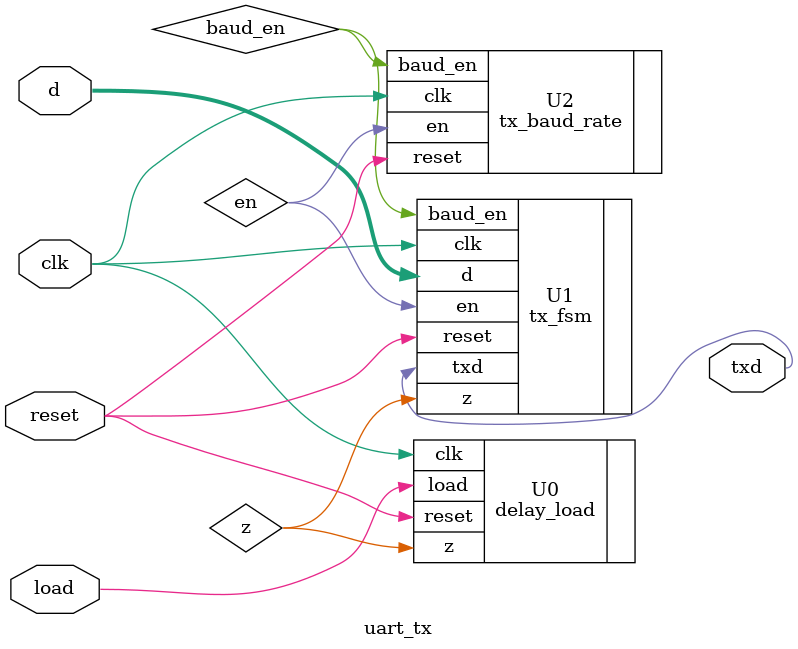
<source format=v>
module uart_tx(
    clk, 
    reset, 
    load, 
    d, 
    txd
);
    input clk, reset, load;
    input [7:0] d;
    output txd;

    wire z;
    wire en;
    wire baud_en;

    delay_load U0(
        .clk(clk), 
        .reset(reset), 
        .load(load), 
        .z(z)
    );
    
    tx_fsm U1(
        .clk(clk), 
        .reset(reset), 
        .z(z), 
        .d(d), 
        .en(en), 
        .baud_en(baud_en), 
        .txd(txd)
    );
    
    tx_baud_rate U2(
        .clk(clk), 
        .reset(reset), 
        .baud_en(baud_en), 
        .en(en)
    );

endmodule

</source>
